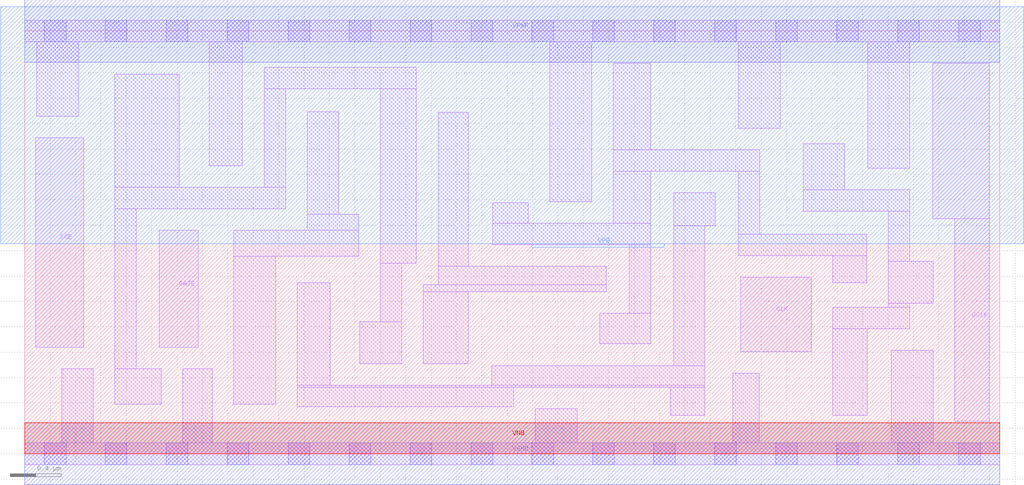
<source format=lef>
# Copyright 2020 The SkyWater PDK Authors
#
# Licensed under the Apache License, Version 2.0 (the "License");
# you may not use this file except in compliance with the License.
# You may obtain a copy of the License at
#
#     https://www.apache.org/licenses/LICENSE-2.0
#
# Unless required by applicable law or agreed to in writing, software
# distributed under the License is distributed on an "AS IS" BASIS,
# WITHOUT WARRANTIES OR CONDITIONS OF ANY KIND, either express or implied.
# See the License for the specific language governing permissions and
# limitations under the License.
#
# SPDX-License-Identifier: Apache-2.0

VERSION 5.7 ;
  NOWIREEXTENSIONATPIN ON ;
  DIVIDERCHAR "/" ;
  BUSBITCHARS "[]" ;
MACRO sky130_fd_sc_lp__sdlclkp_1
  CLASS CORE ;
  FOREIGN sky130_fd_sc_lp__sdlclkp_1 ;
  ORIGIN  0.000000  0.000000 ;
  SIZE  7.680000 BY  3.330000 ;
  SYMMETRY X Y R90 ;
  SITE unit ;
  PIN GATE
    ANTENNAGATEAREA  0.159000 ;
    DIRECTION INPUT ;
    USE SIGNAL ;
    PORT
      LAYER li1 ;
        RECT 1.060000 0.840000 1.365000 1.760000 ;
    END
  END GATE
  PIN GCLK
    ANTENNADIFFAREA  0.556500 ;
    DIRECTION OUTPUT ;
    USE SIGNAL ;
    PORT
      LAYER li1 ;
        RECT 7.150000 1.850000 7.595000 3.075000 ;
        RECT 7.325000 0.255000 7.595000 1.850000 ;
    END
  END GCLK
  PIN SCE
    ANTENNAGATEAREA  0.159000 ;
    DIRECTION INPUT ;
    USE SIGNAL ;
    PORT
      LAYER li1 ;
        RECT 0.085000 0.840000 0.465000 2.490000 ;
    END
  END SCE
  PIN CLK
    ANTENNAGATEAREA  0.318000 ;
    DIRECTION INPUT ;
    USE CLOCK ;
    PORT
      LAYER li1 ;
        RECT 5.640000 0.805000 6.195000 1.390000 ;
    END
  END CLK
  PIN VGND
    DIRECTION INOUT ;
    USE GROUND ;
    PORT
      LAYER met1 ;
        RECT 0.000000 -0.245000 7.680000 0.245000 ;
    END
  END VGND
  PIN VNB
    DIRECTION INOUT ;
    USE GROUND ;
    PORT
      LAYER pwell ;
        RECT 0.000000 0.000000 7.680000 0.245000 ;
    END
  END VNB
  PIN VPB
    DIRECTION INOUT ;
    USE POWER ;
    PORT
      LAYER nwell ;
        RECT -0.190000 1.655000 7.870000 3.520000 ;
        RECT  3.995000 1.625000 5.035000 1.655000 ;
    END
  END VPB
  PIN VPWR
    DIRECTION INOUT ;
    USE POWER ;
    PORT
      LAYER met1 ;
        RECT 0.000000 3.085000 7.680000 3.575000 ;
    END
  END VPWR
  OBS
    LAYER li1 ;
      RECT 0.000000 -0.085000 7.680000 0.085000 ;
      RECT 0.000000  3.245000 7.680000 3.415000 ;
      RECT 0.095000  2.660000 0.425000 3.245000 ;
      RECT 0.290000  0.085000 0.540000 0.670000 ;
      RECT 0.710000  0.390000 1.075000 0.670000 ;
      RECT 0.710000  0.670000 0.880000 1.930000 ;
      RECT 0.710000  1.930000 2.055000 2.100000 ;
      RECT 0.710000  2.100000 1.215000 2.990000 ;
      RECT 1.245000  0.085000 1.475000 0.670000 ;
      RECT 1.455000  2.270000 1.715000 3.245000 ;
      RECT 1.645000  0.390000 1.975000 1.555000 ;
      RECT 1.645000  1.555000 2.630000 1.760000 ;
      RECT 1.885000  2.100000 2.055000 2.875000 ;
      RECT 1.885000  2.875000 3.085000 3.045000 ;
      RECT 2.145000  0.370000 3.850000 0.525000 ;
      RECT 2.145000  0.525000 5.355000 0.540000 ;
      RECT 2.145000  0.540000 2.405000 1.345000 ;
      RECT 2.225000  1.760000 2.630000 1.885000 ;
      RECT 2.225000  1.885000 2.475000 2.695000 ;
      RECT 2.640000  0.710000 2.970000 1.040000 ;
      RECT 2.800000  1.040000 2.970000 1.500000 ;
      RECT 2.800000  1.500000 3.085000 2.875000 ;
      RECT 3.140000  0.710000 3.495000 1.275000 ;
      RECT 3.140000  1.275000 4.580000 1.330000 ;
      RECT 3.255000  1.330000 4.580000 1.475000 ;
      RECT 3.255000  1.475000 3.495000 2.690000 ;
      RECT 3.680000  0.540000 5.355000 0.695000 ;
      RECT 3.685000  1.645000 4.930000 1.815000 ;
      RECT 3.685000  1.815000 3.965000 1.975000 ;
      RECT 4.020000  0.085000 4.350000 0.355000 ;
      RECT 4.135000  1.985000 4.465000 3.245000 ;
      RECT 4.530000  0.865000 4.930000 1.105000 ;
      RECT 4.635000  1.815000 4.930000 2.225000 ;
      RECT 4.635000  2.225000 5.790000 2.395000 ;
      RECT 4.635000  2.395000 4.930000 3.075000 ;
      RECT 4.760000  1.105000 4.930000 1.645000 ;
      RECT 5.085000  0.305000 5.355000 0.525000 ;
      RECT 5.110000  0.695000 5.355000 1.795000 ;
      RECT 5.110000  1.795000 5.440000 2.055000 ;
      RECT 5.575000  0.085000 5.785000 0.635000 ;
      RECT 5.620000  1.560000 6.630000 1.730000 ;
      RECT 5.620000  1.730000 5.790000 2.225000 ;
      RECT 5.620000  2.565000 5.950000 3.245000 ;
      RECT 6.130000  1.910000 6.970000 2.080000 ;
      RECT 6.130000  2.080000 6.460000 2.440000 ;
      RECT 6.365000  0.305000 6.635000 0.985000 ;
      RECT 6.365000  0.985000 6.970000 1.155000 ;
      RECT 6.365000  1.345000 6.630000 1.560000 ;
      RECT 6.640000  2.250000 6.970000 3.245000 ;
      RECT 6.800000  1.155000 6.970000 1.185000 ;
      RECT 6.800000  1.185000 7.155000 1.515000 ;
      RECT 6.800000  1.515000 6.970000 1.910000 ;
      RECT 6.825000  0.085000 7.155000 0.815000 ;
    LAYER mcon ;
      RECT 0.155000 -0.085000 0.325000 0.085000 ;
      RECT 0.155000  3.245000 0.325000 3.415000 ;
      RECT 0.635000 -0.085000 0.805000 0.085000 ;
      RECT 0.635000  3.245000 0.805000 3.415000 ;
      RECT 1.115000 -0.085000 1.285000 0.085000 ;
      RECT 1.115000  3.245000 1.285000 3.415000 ;
      RECT 1.595000 -0.085000 1.765000 0.085000 ;
      RECT 1.595000  3.245000 1.765000 3.415000 ;
      RECT 2.075000 -0.085000 2.245000 0.085000 ;
      RECT 2.075000  3.245000 2.245000 3.415000 ;
      RECT 2.555000 -0.085000 2.725000 0.085000 ;
      RECT 2.555000  3.245000 2.725000 3.415000 ;
      RECT 3.035000 -0.085000 3.205000 0.085000 ;
      RECT 3.035000  3.245000 3.205000 3.415000 ;
      RECT 3.515000 -0.085000 3.685000 0.085000 ;
      RECT 3.515000  3.245000 3.685000 3.415000 ;
      RECT 3.995000 -0.085000 4.165000 0.085000 ;
      RECT 3.995000  3.245000 4.165000 3.415000 ;
      RECT 4.475000 -0.085000 4.645000 0.085000 ;
      RECT 4.475000  3.245000 4.645000 3.415000 ;
      RECT 4.955000 -0.085000 5.125000 0.085000 ;
      RECT 4.955000  3.245000 5.125000 3.415000 ;
      RECT 5.435000 -0.085000 5.605000 0.085000 ;
      RECT 5.435000  3.245000 5.605000 3.415000 ;
      RECT 5.915000 -0.085000 6.085000 0.085000 ;
      RECT 5.915000  3.245000 6.085000 3.415000 ;
      RECT 6.395000 -0.085000 6.565000 0.085000 ;
      RECT 6.395000  3.245000 6.565000 3.415000 ;
      RECT 6.875000 -0.085000 7.045000 0.085000 ;
      RECT 6.875000  3.245000 7.045000 3.415000 ;
      RECT 7.355000 -0.085000 7.525000 0.085000 ;
      RECT 7.355000  3.245000 7.525000 3.415000 ;
  END
END sky130_fd_sc_lp__sdlclkp_1
END LIBRARY

</source>
